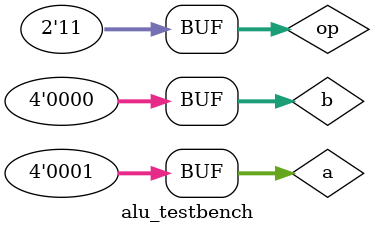
<source format=v>
`timescale 1ns / 1ps


module alu_testbench();

reg  [3:0] a, b;
reg  [1:0] op;
wire [3:0] y;
alu_function ut (.a(a),
    .b(b),
    .op(op),
    .y(y)
);
initial begin
a='d5;b='d8;op=2'b00;#10;
a='d7;b='d8;op=2'b01;#20;
a=1'b0;b=1'b1;op=2'b10;#40;
a=1'b1;b=1'b0;op=2'b11;#50;
end
endmodule


</source>
